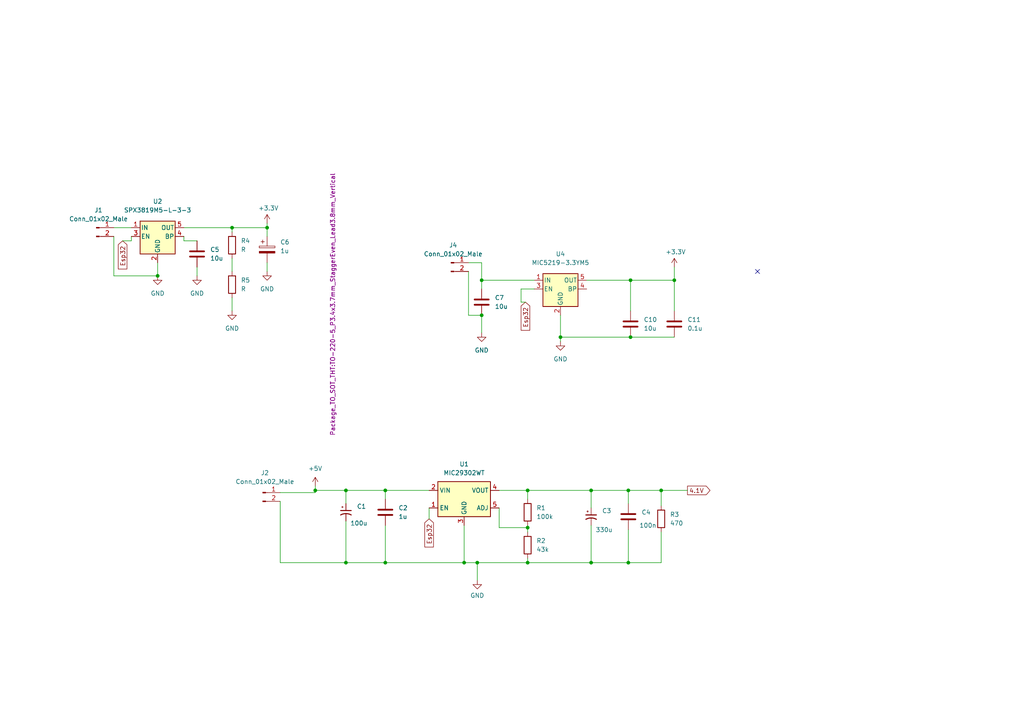
<source format=kicad_sch>
(kicad_sch (version 20211123) (generator eeschema)
  (paper "A4")
  (lib_symbols
    (symbol "Conn_01x02_Male_1" (pin_names (offset 1.016) hide)
      (property "Reference" "J" (at 0 2.54 0))
      (property "Value" "Conn_01x02_Male_1" (at 0 -5.08 0))
      (symbol "Conn_01x02_Male_1_1_1"
        (polyline (pts (xy 1.27 -2.54) (xy 0.8636 -2.54)) (stroke (width 0.1524)))
        (polyline (pts (xy 1.27 0) (xy 0.8636 0)) (stroke (width 0.1524)))
        (rectangle (start 0.8636 -2.413) (end 0 -2.667) (stroke (width 0.1524)) (fill (type outline)))
        (rectangle (start 0.8636 0.127) (end 0 -0.127) (stroke (width 0.1524)) (fill (type outline)))
        (pin passive line (at 5.08 0 180) (length 3.81) (name "Pin_1") (number "1"))
        (pin passive line (at 5.08 -2.54 180) (length 3.81) (name "Pin_2") (number "2"))
      )
    )
    (symbol "Connector:Conn_01x02_Male" (pin_names (offset 1.016) hide)
      (property "Reference" "J?" (at 0.635 5.715 0))
      (property "Value" "Conn_01x02_Male" (at 0.635 3.175 0))
      (symbol "Conn_01x02_Male_1_1"
        (polyline (pts (xy 1.27 -2.54) (xy 0.8636 -2.54)) (stroke (width 0.1524)))
        (polyline (pts (xy 1.27 0) (xy 0.8636 0)) (stroke (width 0.1524)))
        (rectangle (start 0.8636 -2.413) (end 0 -2.667) (stroke (width 0.1524)) (fill (type outline)))
        (rectangle (start 0.8636 0.127) (end 0 -0.127) (stroke (width 0.1524)) (fill (type outline)))
        (pin power_in line (at 5.08 0 180) (length 3.81) (name "Pin_1") (number "1"))
        (pin passive line (at 5.08 -2.54 180) (length 3.81) (name "Pin_2") (number "2"))
      )
    )
    (symbol "Device:C" (pin_numbers hide) (pin_names (offset 0.254))
      (property "Reference" "C" (at 0.635 2.54 0))
      (property "Value" "C" (at 0.635 -2.54 0))
      (symbol "C_0_1"
        (polyline (pts (xy -2.032 -0.762) (xy 2.032 -0.762)) (stroke (width 0.508)))
        (polyline (pts (xy -2.032 0.762) (xy 2.032 0.762)) (stroke (width 0.508)))
      )
      (symbol "C_1_1"
        (pin passive line (at 0 3.81 270) (length 2.794) (name "~") (number "1"))
        (pin passive line (at 0 -3.81 90) (length 2.794) (name "~") (number "2"))
      )
    )
    (symbol "Device:C_Polarized" (pin_numbers hide) (pin_names (offset 0.254))
      (property "Reference" "C" (at 0.635 2.54 0))
      (property "Value" "C_Polarized" (at 0.635 -2.54 0))
      (symbol "C_Polarized_0_1"
        (rectangle (start -2.286 0.508) (end 2.286 1.016))
        (polyline (pts (xy -1.778 2.286) (xy -0.762 2.286)))
        (polyline (pts (xy -1.27 2.794) (xy -1.27 1.778)))
        (rectangle (start 2.286 -0.508) (end -2.286 -1.016) (fill (type outline)))
      )
      (symbol "C_Polarized_1_1"
        (pin passive line (at 0 3.81 270) (length 2.794) (name "~") (number "1"))
        (pin passive line (at 0 -3.81 90) (length 2.794) (name "~") (number "2"))
      )
    )
    (symbol "Device:C_Polarized_Small_US" (pin_numbers hide) (pin_names (offset 0.254) hide)
      (property "Reference" "C" (at 0.254 1.778 0))
      (property "Value" "C_Polarized_Small_US" (at 0.254 -2.032 0))
      (symbol "C_Polarized_Small_US_0_1"
        (polyline (pts (xy -1.524 0.508) (xy 1.524 0.508)) (stroke (width 0.3048)))
        (polyline (pts (xy -1.27 1.524) (xy -0.762 1.524)))
        (polyline (pts (xy -1.016 1.27) (xy -1.016 1.778)))
        (arc (start 1.524 -0.762) (mid 0 -0.3734) (end -1.524 -0.762) (stroke (width 0.3048)))
      )
      (symbol "C_Polarized_Small_US_1_1"
        (pin passive line (at 0 2.54 270) (length 2.032) (name "~") (number "1"))
        (pin passive line (at 0 -2.54 90) (length 2.032) (name "~") (number "2"))
      )
    )
    (symbol "Device:R" (pin_numbers hide) (pin_names (offset 0))
      (property "Reference" "R" (at 2.032 0 90))
      (property "Value" "R" (at 0 0 90))
      (symbol "R_0_1"
        (rectangle (start -1.016 -2.54) (end 1.016 2.54) (stroke (width 0.254)))
      )
      (symbol "R_1_1"
        (pin passive line (at 0 3.81 270) (length 1.27) (name "~") (number "1"))
        (pin passive line (at 0 -3.81 90) (length 1.27) (name "~") (number "2"))
      )
    )
    (symbol "Regulator_Linear:MIC29302WT"
      (property "Reference" "U" (at -6.35 6.35 0))
      (property "Value" "MIC29302WT" (at 2.54 6.35 0))
      (symbol "MIC29302WT_1_1"
        (rectangle (start -7.62 5.08) (end 7.62 -5.08) (stroke (width 0.254)) (fill (type background)))
        (pin input line (at -10.16 -2.54 0) (length 2.54) (name "EN") (number "1"))
        (pin power_in line (at -10.16 2.54 0) (length 2.54) (name "VIN") (number "2"))
        (pin power_in line (at 0 -7.62 90) (length 2.54) (name "GND") (number "3"))
        (pin power_out line (at 10.16 2.54 180) (length 2.54) (name "VOUT") (number "4"))
        (pin input line (at 10.16 -2.54 180) (length 2.54) (name "ADJ") (number "5"))
      )
    )
    (symbol "Regulator_Linear:MIC5219-3.3YM5" (pin_names (offset 0.254))
      (property "Reference" "U" (at -3.81 5.715 0))
      (property "Value" "MIC5219-3.3YM5" (at 0 5.715 0))
      (symbol "MIC5219-3.3YM5_0_1"
        (rectangle (start -5.08 4.445) (end 5.08 -5.08) (stroke (width 0.254)) (fill (type background)))
      )
      (symbol "MIC5219-3.3YM5_1_1"
        (pin power_in line (at -7.62 2.54 0) (length 2.54) (name "IN") (number "1"))
        (pin power_in line (at 0 -7.62 90) (length 2.54) (name "GND") (number "2"))
        (pin input line (at -7.62 0 0) (length 2.54) (name "EN") (number "3"))
        (pin input line (at 7.62 0 180) (length 2.54) (name "BP") (number "4"))
        (pin power_out line (at 7.62 2.54 180) (length 2.54) (name "OUT") (number "5"))
      )
    )
    (symbol "Regulator_Linear:SPX3819M5-L-3-3" (pin_names (offset 0.254))
      (property "Reference" "U" (at -3.81 5.715 0))
      (property "Value" "SPX3819M5-L-3-3" (at 0 5.715 0))
      (symbol "SPX3819M5-L-3-3_0_1"
        (rectangle (start -5.08 4.445) (end 5.08 -5.08) (stroke (width 0.254)) (fill (type background)))
      )
      (symbol "SPX3819M5-L-3-3_1_1"
        (pin power_in line (at -7.62 2.54 0) (length 2.54) (name "IN") (number "1"))
        (pin power_in line (at 0 -7.62 90) (length 2.54) (name "GND") (number "2"))
        (pin input line (at -7.62 0 0) (length 2.54) (name "EN") (number "3"))
        (pin input line (at 7.62 0 180) (length 2.54) (name "BP") (number "4"))
        (pin power_out line (at 7.62 2.54 180) (length 2.54) (name "OUT") (number "5"))
      )
    )
    (symbol "power:+3.3V" (power) (pin_names (offset 0))
      (property "Value" "+3.3V" (at 0 3.556 0))
      (symbol "+3.3V_0_1"
        (polyline (pts (xy -0.762 1.27) (xy 0 2.54)))
        (polyline (pts (xy 0 0) (xy 0 2.54)))
        (polyline (pts (xy 0 2.54) (xy 0.762 1.27)))
      )
      (symbol "+3.3V_1_1"
        (pin power_in line (at 0 0 90) (length 0) hide (name "+3.3V") (number "1"))
      )
    )
    (symbol "power:+5V" (power) (pin_names (offset 0))
      (property "Value" "+5V" (at 0 3.556 0))
      (symbol "+5V_0_1"
        (polyline (pts (xy -0.762 1.27) (xy 0 2.54)))
        (polyline (pts (xy 0 0) (xy 0 2.54)))
        (polyline (pts (xy 0 2.54) (xy 0.762 1.27)))
      )
      (symbol "+5V_1_1"
        (pin power_in line (at 0 0 90) (length 0) hide (name "+5V") (number "1"))
      )
    )
    (symbol "power:GND" (power) (pin_names (offset 0))
      (property "Value" "GND" (at 0 -3.81 0))
      (symbol "GND_0_1"
        (polyline (pts (xy 0 0) (xy 0 -1.27) (xy 1.27 -1.27) (xy 0 -2.54) (xy -1.27 -1.27) (xy 0 -1.27)))
      )
      (symbol "GND_1_1"
        (pin power_in line (at 0 0 270) (length 0) hide (name "GND") (number "1"))
      )
    )
  )
  (junction (at 153.035 142.24))
  (junction (at 195.58 81.28))
  (junction (at 138.43 163.195))
  (junction (at 139.7 91.44))
  (junction (at 91.44 142.24))
  (junction (at 191.77 142.24))
  (junction (at 111.76 142.24))
  (junction (at 153.035 153.035))
  (junction (at 182.88 97.79))
  (junction (at 182.245 142.24))
  (junction (at 171.45 142.24))
  (junction (at 162.56 97.79))
  (junction (at 111.76 163.195))
  (junction (at 100.33 163.195))
  (junction (at 77.47 66.04))
  (junction (at 182.88 81.28))
  (junction (at 171.45 163.195))
  (junction (at 67.31 66.04))
  (junction (at 134.62 163.195))
  (junction (at 45.72 80.01))
  (junction (at 139.7 81.28))
  (junction (at 182.245 163.195))
  (junction (at 153.035 163.195))
  (junction (at 100.33 142.24))
  (no_connect (at 219.71 78.74))
  (wire (pts (xy 195.58 90.17) (xy 195.58 81.28)))
  (wire (pts (xy 138.43 163.195) (xy 138.43 168.275)))
  (wire (pts (xy 154.94 83.82) (xy 151.13 83.82)))
  (wire (pts (xy 67.31 86.36) (xy 67.31 90.17)))
  (wire (pts (xy 182.245 142.24) (xy 191.77 142.24)))
  (wire (pts (xy 139.7 81.28) (xy 139.7 83.82)))
  (wire (pts (xy 171.45 142.24) (xy 182.245 142.24)))
  (wire (pts (xy 100.33 142.24) (xy 100.33 146.05)))
  (wire (pts (xy 153.035 163.195) (xy 171.45 163.195)))
  (wire (pts (xy 111.76 152.4) (xy 111.76 163.195)))
  (wire (pts (xy 182.88 97.79) (xy 195.58 97.79)))
  (wire (pts (xy 91.44 140.97) (xy 91.44 142.24)))
  (wire (pts (xy 135.89 76.2) (xy 139.7 76.2)))
  (wire (pts (xy 135.89 91.44) (xy 139.7 91.44)))
  (wire (pts (xy 153.035 161.925) (xy 153.035 163.195)))
  (wire (pts (xy 77.47 66.04) (xy 77.47 68.58)))
  (wire (pts (xy 111.76 142.24) (xy 111.76 144.78)))
  (wire (pts (xy 57.15 69.85) (xy 53.34 69.85)))
  (wire (pts (xy 153.035 152.4) (xy 153.035 153.035)))
  (wire (pts (xy 35.56 69.85) (xy 38.1 69.85)))
  (wire (pts (xy 191.77 142.24) (xy 191.77 146.685)))
  (wire (pts (xy 134.62 152.4) (xy 134.62 163.195)))
  (wire (pts (xy 124.46 142.24) (xy 111.76 142.24)))
  (wire (pts (xy 153.035 142.24) (xy 171.45 142.24)))
  (wire (pts (xy 153.035 153.035) (xy 153.035 154.305)))
  (wire (pts (xy 182.245 163.195) (xy 191.77 163.195)))
  (wire (pts (xy 151.13 87.63) (xy 152.4 87.63)))
  (wire (pts (xy 134.62 163.195) (xy 138.43 163.195)))
  (wire (pts (xy 57.15 77.47) (xy 57.15 80.01)))
  (wire (pts (xy 139.7 76.2) (xy 139.7 81.28)))
  (wire (pts (xy 153.035 142.24) (xy 153.035 144.78)))
  (wire (pts (xy 81.28 142.875) (xy 91.44 142.875)))
  (wire (pts (xy 191.77 142.24) (xy 199.39 142.24)))
  (wire (pts (xy 151.13 83.82) (xy 151.13 87.63)))
  (wire (pts (xy 53.34 66.04) (xy 67.31 66.04)))
  (wire (pts (xy 162.56 97.79) (xy 162.56 99.06)))
  (wire (pts (xy 45.72 76.2) (xy 45.72 80.01)))
  (wire (pts (xy 182.245 153.67) (xy 182.245 163.195)))
  (wire (pts (xy 100.33 151.13) (xy 100.33 163.195)))
  (wire (pts (xy 162.56 91.44) (xy 162.56 97.79)))
  (wire (pts (xy 182.88 90.17) (xy 182.88 81.28)))
  (wire (pts (xy 138.43 163.195) (xy 153.035 163.195)))
  (wire (pts (xy 162.56 97.79) (xy 182.88 97.79)))
  (wire (pts (xy 100.33 163.195) (xy 111.76 163.195)))
  (wire (pts (xy 191.77 154.305) (xy 191.77 163.195)))
  (wire (pts (xy 139.7 91.44) (xy 139.7 96.52)))
  (wire (pts (xy 171.45 163.195) (xy 182.245 163.195)))
  (wire (pts (xy 195.58 81.28) (xy 182.88 81.28)))
  (wire (pts (xy 144.78 153.035) (xy 144.78 147.32)))
  (wire (pts (xy 77.47 76.2) (xy 77.47 78.74)))
  (wire (pts (xy 171.45 152.4) (xy 171.45 163.195)))
  (wire (pts (xy 144.78 142.24) (xy 153.035 142.24)))
  (wire (pts (xy 153.035 153.035) (xy 144.78 153.035)))
  (wire (pts (xy 33.02 80.01) (xy 45.72 80.01)))
  (wire (pts (xy 91.44 142.875) (xy 91.44 142.24)))
  (wire (pts (xy 77.47 64.77) (xy 77.47 66.04)))
  (wire (pts (xy 33.02 66.04) (xy 38.1 66.04)))
  (wire (pts (xy 182.88 81.28) (xy 170.18 81.28)))
  (wire (pts (xy 67.31 66.04) (xy 67.31 67.31)))
  (wire (pts (xy 100.33 142.24) (xy 91.44 142.24)))
  (wire (pts (xy 77.47 66.04) (xy 67.31 66.04)))
  (wire (pts (xy 139.7 81.28) (xy 154.94 81.28)))
  (wire (pts (xy 195.58 77.47) (xy 195.58 81.28)))
  (wire (pts (xy 124.46 150.495) (xy 124.46 147.32)))
  (wire (pts (xy 67.31 74.93) (xy 67.31 78.74)))
  (wire (pts (xy 81.28 163.195) (xy 100.33 163.195)))
  (wire (pts (xy 33.02 68.58) (xy 33.02 80.01)))
  (wire (pts (xy 111.76 142.24) (xy 100.33 142.24)))
  (wire (pts (xy 171.45 142.24) (xy 171.45 147.32)))
  (wire (pts (xy 111.76 163.195) (xy 134.62 163.195)))
  (wire (pts (xy 53.34 69.85) (xy 53.34 68.58)))
  (wire (pts (xy 81.28 145.415) (xy 81.28 163.195)))
  (wire (pts (xy 135.89 78.74) (xy 135.89 91.44)))
  (wire (pts (xy 38.1 69.85) (xy 38.1 68.58)))
  (wire (pts (xy 182.245 142.24) (xy 182.245 146.05)))
  (global_label "Esp32" (shape input) (at 35.56 69.85 270) (property "Intersheet References" "${INTERSHEET_REFS}" (effects hide)))
  (global_label "4.1V" (shape output) (at 199.39 142.24 0) (property "Intersheet References" "${INTERSHEET_REFS}" (effects hide)))
  (global_label "Esp32" (shape input) (at 152.4 87.63 270) (property "Intersheet References" "${INTERSHEET_REFS}" (effects hide)))
  (global_label "Esp32" (shape input) (at 124.46 150.495 270) (property "Intersheet References" "${INTERSHEET_REFS}" (effects hide)))
  (symbol (lib_id "power:GND") (at 138.43 168.275 0) (unit 1)
    (property "Reference" "#PWR02" (effects hide))
    (property "Value" "GND" (at 138.43 172.72 0))
  )
  (symbol (lib_id "Device:C") (at 139.7 87.63 0) (unit 1)
    (property "Reference" "C7" (at 143.51 86.3599 0) (effects (justify left)))
    (property "Value" "10u" (at 143.51 88.8999 0) (effects (justify left)))
  )
  (symbol (lib_id "power:GND") (at 67.31 90.17 0) (unit 1)
    (property "Reference" "#PWR05" (effects hide))
    (property "Value" "GND" (at 67.31 95.25 0))
  )
  (symbol (lib_name "Conn_01x02_Male_1") (lib_id "Connector:Conn_01x02_Male") (at 27.94 66.04 0) (unit 1)
    (property "Reference" "J1" (at 28.575 60.96 0))
    (property "Value" "Conn_01x02_Male" (at 28.575 63.5 0))
  )
  (symbol (lib_id "Regulator_Linear:MIC29302WT") (at 134.62 144.78 0) (unit 1)
    (property "Reference" "U1" (at 134.62 134.62 0))
    (property "Value" "MIC29302WT" (at 134.62 137.16 0))
    (property "Footprint" "Package_TO_SOT_THT:TO-220-5_P3.4x3.7mm_StaggerEven_Lead3.8mm_Vertical" (at 96.52 126.365 90) (effects (justify left)))
    (property "Datasheet" "http://ww1.microchip.com/downloads/en/devicedoc/20005685a.pdf" (effects hide))
  )
  (symbol (lib_id "power:GND") (at 139.7 96.52 0) (unit 1)
    (property "Reference" "#PWR08" (effects hide))
    (property "Value" "GND" (at 139.7 101.6 0))
  )
  (symbol (lib_id "power:GND") (at 57.15 80.01 0) (unit 1)
    (property "Reference" "#PWR04" (effects hide))
    (property "Value" "GND" (at 57.15 85.09 0))
  )
  (symbol (lib_name "Conn_01x02_Male_1") (lib_id "Connector:Conn_01x02_Male") (at 130.81 76.2 0) (unit 1)
    (property "Reference" "J4" (at 131.445 71.12 0))
    (property "Value" "Conn_01x02_Male" (at 131.445 73.66 0))
  )
  (symbol (lib_id "Device:C") (at 182.245 149.86 0) (unit 1)
    (property "Reference" "C4" (at 186.055 148.5899 0) (effects (justify left)))
    (property "Value" "100n" (at 185.42 152.4 0) (effects (justify left)))
  )
  (symbol (lib_id "power:GND") (at 162.56 99.06 0) (unit 1)
    (property "Reference" "#PWR010" (effects hide))
    (property "Value" "GND" (at 162.56 104.14 0))
  )
  (symbol (lib_id "Device:C") (at 195.58 93.98 0) (unit 1)
    (property "Reference" "C11" (at 199.39 92.7099 0) (effects (justify left)))
    (property "Value" "0.1u" (at 199.39 95.2499 0) (effects (justify left)))
  )
  (symbol (lib_id "Device:C") (at 111.76 148.59 0) (unit 1)
    (property "Reference" "C2" (at 115.57 147.3199 0) (effects (justify left)))
    (property "Value" "1u" (at 115.57 149.8599 0) (effects (justify left)))
    (property "Footprint" "Capacitor_SMD:C_0603_1608Metric_Pad1.08x0.95mm_HandSolder" (effects hide))
  )
  (symbol (lib_id "Device:R") (at 153.035 148.59 0) (unit 1)
    (property "Reference" "R1" (at 155.575 147.3199 0) (effects (justify left)))
    (property "Value" "100k" (at 155.575 149.8599 0) (effects (justify left)))
  )
  (symbol (lib_id "Device:R") (at 191.77 150.495 0) (unit 1)
    (property "Reference" "R3" (at 194.31 149.2249 0) (effects (justify left)))
    (property "Value" "470" (at 194.31 151.7649 0) (effects (justify left)))
  )
  (symbol (lib_id "Device:R") (at 67.31 71.12 0) (unit 1)
    (property "Reference" "R4" (at 69.85 69.8499 0) (effects (justify left)))
    (property "Value" "R" (at 69.85 72.3899 0) (effects (justify left)))
  )
  (symbol (lib_id "power:GND") (at 77.47 78.74 0) (unit 1)
    (property "Reference" "#PWR07" (effects hide))
    (property "Value" "GND" (at 77.47 83.82 0))
  )
  (symbol (lib_id "power:+3.3V") (at 77.47 64.77 0) (unit 1)
    (property "Reference" "#PWR06" (effects hide))
    (property "Value" "+3.3V" (at 77.851 60.3758 0))
  )
  (symbol (lib_id "Device:R") (at 67.31 82.55 0) (unit 1)
    (property "Reference" "R5" (at 69.85 81.2799 0) (effects (justify left)))
    (property "Value" "R" (at 69.85 83.8199 0) (effects (justify left)))
  )
  (symbol (lib_id "power:GND") (at 45.72 80.01 0) (unit 1)
    (property "Reference" "#PWR03" (effects hide))
    (property "Value" "GND" (at 45.72 85.09 0))
  )
  (symbol (lib_id "Device:R") (at 153.035 158.115 0) (unit 1)
    (property "Reference" "R2" (at 155.575 156.8449 0) (effects (justify left)))
    (property "Value" "43k" (at 155.575 159.3849 0) (effects (justify left)))
  )
  (symbol (lib_id "Device:C_Polarized_Small_US") (at 171.45 149.86 0) (unit 1)
    (property "Reference" "C3" (at 174.625 148.1581 0) (effects (justify left)))
    (property "Value" "330u" (at 172.72 153.67 0) (effects (justify left)))
  )
  (symbol (lib_id "Regulator_Linear:SPX3819M5-L-3-3") (at 45.72 68.58 0) (unit 1)
    (property "Reference" "U2" (at 45.72 58.42 0))
    (property "Value" "SPX3819M5-L-3-3" (at 45.72 60.96 0))
    (property "Footprint" "Package_TO_SOT_SMD:SOT-23-5" (effects hide))
    (property "Datasheet" "https://www.exar.com/content/document.ashx?id=22106&languageid=1033&type=Datasheet&partnumber=SPX3819&filename=SPX3819.pdf&part=SPX3819" (effects hide))
  )
  (symbol (lib_id "Device:C") (at 57.15 73.66 0) (unit 1)
    (property "Reference" "C5" (at 60.96 72.3899 0) (effects (justify left)))
    (property "Value" "10u" (at 60.96 74.9299 0) (effects (justify left)))
  )
  (symbol (lib_id "Regulator_Linear:MIC5219-3.3YM5") (at 162.56 83.82 0) (unit 1)
    (property "Reference" "U4" (at 162.56 73.66 0))
    (property "Value" "MIC5219-3.3YM5" (at 162.56 76.2 0))
    (property "Footprint" "Package_TO_SOT_SMD:SOT-23-5" (effects hide))
    (property "Datasheet" "http://ww1.microchip.com/downloads/en/DeviceDoc/MIC5219-500mA-Peak-Output-LDO-Regulator-DS20006021A.pdf" (effects hide))
  )
  (symbol (lib_id "Device:C_Polarized_Small_US") (at 100.33 148.59 0) (unit 1)
    (property "Reference" "C1" (at 103.505 146.8881 0) (effects (justify left)))
    (property "Value" "100u" (at 101.6 151.765 0) (effects (justify left)))
  )
  (symbol (lib_id "Connector:Conn_01x02_Male") (at 76.2 142.875 0) (unit 1)
    (property "Reference" "J2" (at 76.835 137.16 0))
    (property "Value" "Conn_01x02_Male" (at 76.835 139.7 0))
  )
  (symbol (lib_id "Device:C") (at 182.88 93.98 0) (unit 1)
    (property "Reference" "C10" (at 186.69 92.7099 0) (effects (justify left)))
    (property "Value" "10u" (at 186.69 95.2499 0) (effects (justify left)))
  )
  (symbol (lib_id "Device:C_Polarized") (at 77.47 72.39 0) (unit 1)
    (property "Reference" "C6" (at 81.28 70.2309 0) (effects (justify left)))
    (property "Value" "1u" (at 81.28 72.7709 0) (effects (justify left)))
  )
  (symbol (lib_id "power:+3.3V") (at 195.58 77.47 0) (unit 1)
    (property "Reference" "#PWR011" (effects hide))
    (property "Value" "+3.3V" (at 195.961 73.0758 0))
  )
  (symbol (lib_id "power:+5V") (at 91.44 140.97 0) (unit 1)
    (property "Reference" "#PWR01" (effects hide))
    (property "Value" "+5V" (at 91.44 135.89 0))
  )
)
</source>
